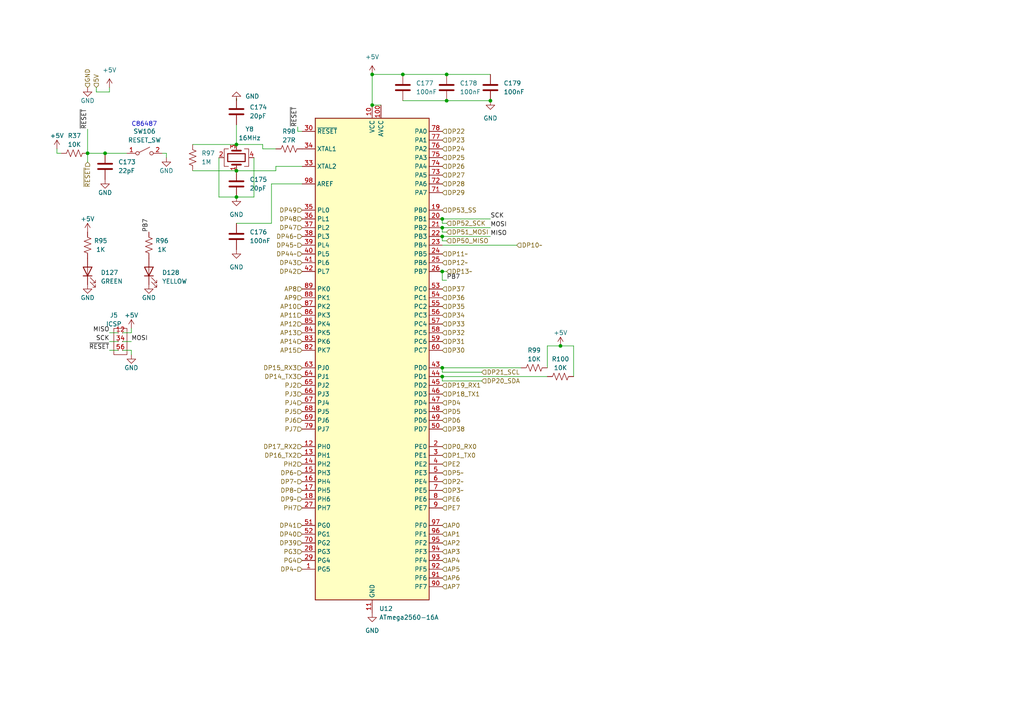
<source format=kicad_sch>
(kicad_sch (version 20211123) (generator eeschema)
  (paper "A4")
  (lib_symbols
    (symbol "Device:C" (pin_numbers hide) (pin_names (offset 0.254))
      (property "Reference" "C" (at 0.635 2.54 0))
      (property "Value" "C" (at 0.635 -2.54 0))
      (symbol "C_0_1"
        (polyline (pts (xy -2.032 -0.762) (xy 2.032 -0.762)) (stroke (width 0.508)))
        (polyline (pts (xy -2.032 0.762) (xy 2.032 0.762)) (stroke (width 0.508)))
      )
      (symbol "C_1_1"
        (pin passive line (at 0 3.81 270) (length 2.794) (name "~") (number "1"))
        (pin passive line (at 0 -3.81 90) (length 2.794) (name "~") (number "2"))
      )
    )
    (symbol "Device:Crystal_GND24" (pin_names (offset 1.016) hide)
      (property "Reference" "Y" (at 3.175 5.08 0))
      (property "Value" "Crystal_GND24" (at 3.175 3.175 0))
      (symbol "Crystal_GND24_0_1"
        (rectangle (start -1.143 2.54) (end 1.143 -2.54) (stroke (width 0.3048)))
        (polyline (pts (xy -2.54 0) (xy -2.032 0)))
        (polyline (pts (xy -2.032 -1.27) (xy -2.032 1.27)) (stroke (width 0.508)))
        (polyline (pts (xy 0 -3.81) (xy 0 -3.556)))
        (polyline (pts (xy 0 3.556) (xy 0 3.81)))
        (polyline (pts (xy 2.032 -1.27) (xy 2.032 1.27)) (stroke (width 0.508)))
        (polyline (pts (xy 2.032 0) (xy 2.54 0)))
        (polyline (pts (xy -2.54 -2.286) (xy -2.54 -3.556) (xy 2.54 -3.556) (xy 2.54 -2.286)))
        (polyline (pts (xy -2.54 2.286) (xy -2.54 3.556) (xy 2.54 3.556) (xy 2.54 2.286)))
      )
      (symbol "Crystal_GND24_1_1"
        (pin passive line (at -3.81 0 0) (length 1.27) (name "1") (number "1"))
        (pin passive line (at 0 5.08 270) (length 1.27) (name "2") (number "2"))
        (pin passive line (at 3.81 0 180) (length 1.27) (name "3") (number "3"))
        (pin passive line (at 0 -5.08 90) (length 1.27) (name "4") (number "4"))
      )
    )
    (symbol "Device:LED" (pin_numbers hide) (pin_names (offset 1.016) hide)
      (property "Reference" "D" (at 0 2.54 0))
      (property "Value" "LED" (at 0 -2.54 0))
      (symbol "LED_0_1"
        (polyline (pts (xy -1.27 -1.27) (xy -1.27 1.27)) (stroke (width 0.254)))
        (polyline (pts (xy -1.27 0) (xy 1.27 0)))
        (polyline (pts (xy 1.27 -1.27) (xy 1.27 1.27) (xy -1.27 0) (xy 1.27 -1.27)) (stroke (width 0.254)))
        (polyline (pts (xy -3.048 -0.762) (xy -4.572 -2.286) (xy -3.81 -2.286) (xy -4.572 -2.286) (xy -4.572 -1.524)))
        (polyline (pts (xy -1.778 -0.762) (xy -3.302 -2.286) (xy -2.54 -2.286) (xy -3.302 -2.286) (xy -3.302 -1.524)))
      )
      (symbol "LED_1_1"
        (pin passive line (at -3.81 0 0) (length 2.54) (name "K") (number "1"))
        (pin passive line (at 3.81 0 180) (length 2.54) (name "A") (number "2"))
      )
    )
    (symbol "Device:R_US" (pin_numbers hide) (pin_names (offset 0))
      (property "Reference" "R" (at 2.54 0 90))
      (property "Value" "R_US" (at -2.54 0 90))
      (symbol "R_US_0_1"
        (polyline (pts (xy 0 -2.286) (xy 0 -2.54)))
        (polyline (pts (xy 0 2.286) (xy 0 2.54)))
        (polyline (pts (xy 0 -0.762) (xy 1.016 -1.143) (xy 0 -1.524) (xy -1.016 -1.905) (xy 0 -2.286)))
        (polyline (pts (xy 0 0.762) (xy 1.016 0.381) (xy 0 0) (xy -1.016 -0.381) (xy 0 -0.762)))
        (polyline (pts (xy 0 2.286) (xy 1.016 1.905) (xy 0 1.524) (xy -1.016 1.143) (xy 0 0.762)))
      )
      (symbol "R_US_1_1"
        (pin passive line (at 0 3.81 270) (length 1.27) (name "~") (number "1"))
        (pin passive line (at 0 -3.81 90) (length 1.27) (name "~") (number "2"))
      )
    )
    (symbol "MCU_Microchip_ATmega:ATmega2560-16A"
      (property "Reference" "U" (at 0 1.27 0))
      (property "Value" "ATmega2560-16A" (at 0 -1.27 0))
      (symbol "ATmega2560-16A_0_1"
        (rectangle (start -16.51 -69.85) (end 16.51 69.85) (stroke (width 0.254)) (fill (type background)))
      )
      (symbol "ATmega2560-16A_1_1"
        (pin bidirectional line (at -20.32 -60.96 0) (length 3.81) (name "PG5") (number "1"))
        (pin power_in line (at 0 73.66 270) (length 3.81) (name "VCC") (number "10"))
        (pin power_in line (at 2.54 73.66 270) (length 3.81) (name "AVCC") (number "100"))
        (pin power_in line (at 0 -73.66 90) (length 3.81) (name "GND") (number "11"))
        (pin bidirectional line (at -20.32 -25.4 0) (length 3.81) (name "PH0") (number "12"))
        (pin bidirectional line (at -20.32 -27.94 0) (length 3.81) (name "PH1") (number "13"))
        (pin bidirectional line (at -20.32 -30.48 0) (length 3.81) (name "PH2") (number "14"))
        (pin bidirectional line (at -20.32 -33.02 0) (length 3.81) (name "PH3") (number "15"))
        (pin bidirectional line (at -20.32 -35.56 0) (length 3.81) (name "PH4") (number "16"))
        (pin bidirectional line (at -20.32 -38.1 0) (length 3.81) (name "PH5") (number "17"))
        (pin bidirectional line (at -20.32 -40.64 0) (length 3.81) (name "PH6") (number "18"))
        (pin bidirectional line (at 20.32 43.18 180) (length 3.81) (name "PB0") (number "19"))
        (pin bidirectional line (at 20.32 -25.4 180) (length 3.81) (name "PE0") (number "2"))
        (pin bidirectional line (at 20.32 40.64 180) (length 3.81) (name "PB1") (number "20"))
        (pin bidirectional line (at 20.32 38.1 180) (length 3.81) (name "PB2") (number "21"))
        (pin bidirectional line (at 20.32 35.56 180) (length 3.81) (name "PB3") (number "22"))
        (pin bidirectional line (at 20.32 33.02 180) (length 3.81) (name "PB4") (number "23"))
        (pin bidirectional line (at 20.32 30.48 180) (length 3.81) (name "PB5") (number "24"))
        (pin bidirectional line (at 20.32 27.94 180) (length 3.81) (name "PB6") (number "25"))
        (pin bidirectional line (at 20.32 25.4 180) (length 3.81) (name "PB7") (number "26"))
        (pin bidirectional line (at -20.32 -43.18 0) (length 3.81) (name "PH7") (number "27"))
        (pin bidirectional line (at -20.32 -55.88 0) (length 3.81) (name "PG3") (number "28"))
        (pin bidirectional line (at -20.32 -58.42 0) (length 3.81) (name "PG4") (number "29"))
        (pin bidirectional line (at 20.32 -27.94 180) (length 3.81) (name "PE1") (number "3"))
        (pin input line (at -20.32 66.04 0) (length 3.81) (name "~{RESET}") (number "30"))
        (pin passive line (at 0 73.66 270) (length 3.81) hide (name "VCC") (number "31"))
        (pin passive line (at 0 -73.66 90) (length 3.81) hide (name "GND") (number "32"))
        (pin output line (at -20.32 55.88 0) (length 3.81) (name "XTAL2") (number "33"))
        (pin input line (at -20.32 60.96 0) (length 3.81) (name "XTAL1") (number "34"))
        (pin bidirectional line (at -20.32 43.18 0) (length 3.81) (name "PL0") (number "35"))
        (pin bidirectional line (at -20.32 40.64 0) (length 3.81) (name "PL1") (number "36"))
        (pin bidirectional line (at -20.32 38.1 0) (length 3.81) (name "PL2") (number "37"))
        (pin bidirectional line (at -20.32 35.56 0) (length 3.81) (name "PL3") (number "38"))
        (pin bidirectional line (at -20.32 33.02 0) (length 3.81) (name "PL4") (number "39"))
        (pin bidirectional line (at 20.32 -30.48 180) (length 3.81) (name "PE2") (number "4"))
        (pin bidirectional line (at -20.32 30.48 0) (length 3.81) (name "PL5") (number "40"))
        (pin bidirectional line (at -20.32 27.94 0) (length 3.81) (name "PL6") (number "41"))
        (pin bidirectional line (at -20.32 25.4 0) (length 3.81) (name "PL7") (number "42"))
        (pin bidirectional line (at 20.32 -2.54 180) (length 3.81) (name "PD0") (number "43"))
        (pin bidirectional line (at 20.32 -5.08 180) (length 3.81) (name "PD1") (number "44"))
        (pin bidirectional line (at 20.32 -7.62 180) (length 3.81) (name "PD2") (number "45"))
        (pin bidirectional line (at 20.32 -10.16 180) (length 3.81) (name "PD3") (number "46"))
        (pin bidirectional line (at 20.32 -12.7 180) (length 3.81) (name "PD4") (number "47"))
        (pin bidirectional line (at 20.32 -15.24 180) (length 3.81) (name "PD5") (number "48"))
        (pin bidirectional line (at 20.32 -17.78 180) (length 3.81) (name "PD6") (number "49"))
        (pin bidirectional line (at 20.32 -33.02 180) (length 3.81) (name "PE3") (number "5"))
        (pin bidirectional line (at 20.32 -20.32 180) (length 3.81) (name "PD7") (number "50"))
        (pin bidirectional line (at -20.32 -48.26 0) (length 3.81) (name "PG0") (number "51"))
        (pin bidirectional line (at -20.32 -50.8 0) (length 3.81) (name "PG1") (number "52"))
        (pin bidirectional line (at 20.32 20.32 180) (length 3.81) (name "PC0") (number "53"))
        (pin bidirectional line (at 20.32 17.78 180) (length 3.81) (name "PC1") (number "54"))
        (pin bidirectional line (at 20.32 15.24 180) (length 3.81) (name "PC2") (number "55"))
        (pin bidirectional line (at 20.32 12.7 180) (length 3.81) (name "PC3") (number "56"))
        (pin bidirectional line (at 20.32 10.16 180) (length 3.81) (name "PC4") (number "57"))
        (pin bidirectional line (at 20.32 7.62 180) (length 3.81) (name "PC5") (number "58"))
        (pin bidirectional line (at 20.32 5.08 180) (length 3.81) (name "PC6") (number "59"))
        (pin bidirectional line (at 20.32 -35.56 180) (length 3.81) (name "PE4") (number "6"))
        (pin bidirectional line (at 20.32 2.54 180) (length 3.81) (name "PC7") (number "60"))
        (pin passive line (at 0 73.66 270) (length 3.81) hide (name "VCC") (number "61"))
        (pin passive line (at 0 -73.66 90) (length 3.81) hide (name "GND") (number "62"))
        (pin bidirectional line (at -20.32 -2.54 0) (length 3.81) (name "PJ0") (number "63"))
        (pin bidirectional line (at -20.32 -5.08 0) (length 3.81) (name "PJ1") (number "64"))
        (pin bidirectional line (at -20.32 -7.62 0) (length 3.81) (name "PJ2") (number "65"))
        (pin bidirectional line (at -20.32 -10.16 0) (length 3.81) (name "PJ3") (number "66"))
        (pin bidirectional line (at -20.32 -12.7 0) (length 3.81) (name "PJ4") (number "67"))
        (pin bidirectional line (at -20.32 -15.24 0) (length 3.81) (name "PJ5") (number "68"))
        (pin bidirectional line (at -20.32 -17.78 0) (length 3.81) (name "PJ6") (number "69"))
        (pin bidirectional line (at 20.32 -38.1 180) (length 3.81) (name "PE5") (number "7"))
        (pin bidirectional line (at -20.32 -53.34 0) (length 3.81) (name "PG2") (number "70"))
        (pin bidirectional line (at 20.32 48.26 180) (length 3.81) (name "PA7") (number "71"))
        (pin bidirectional line (at 20.32 50.8 180) (length 3.81) (name "PA6") (number "72"))
        (pin bidirectional line (at 20.32 53.34 180) (length 3.81) (name "PA5") (number "73"))
        (pin bidirectional line (at 20.32 55.88 180) (length 3.81) (name "PA4") (number "74"))
        (pin bidirectional line (at 20.32 58.42 180) (length 3.81) (name "PA3") (number "75"))
        (pin bidirectional line (at 20.32 60.96 180) (length 3.81) (name "PA2") (number "76"))
        (pin bidirectional line (at 20.32 63.5 180) (length 3.81) (name "PA1") (number "77"))
        (pin bidirectional line (at 20.32 66.04 180) (length 3.81) (name "PA0") (number "78"))
        (pin bidirectional line (at -20.32 -20.32 0) (length 3.81) (name "PJ7") (number "79"))
        (pin bidirectional line (at 20.32 -40.64 180) (length 3.81) (name "PE6") (number "8"))
        (pin passive line (at 0 73.66 270) (length 3.81) hide (name "VCC") (number "80"))
        (pin passive line (at 0 -73.66 90) (length 3.81) hide (name "GND") (number "81"))
        (pin bidirectional line (at -20.32 2.54 0) (length 3.81) (name "PK7") (number "82"))
        (pin bidirectional line (at -20.32 5.08 0) (length 3.81) (name "PK6") (number "83"))
        (pin bidirectional line (at -20.32 7.62 0) (length 3.81) (name "PK5") (number "84"))
        (pin bidirectional line (at -20.32 10.16 0) (length 3.81) (name "PK4") (number "85"))
        (pin bidirectional line (at -20.32 12.7 0) (length 3.81) (name "PK3") (number "86"))
        (pin bidirectional line (at -20.32 15.24 0) (length 3.81) (name "PK2") (number "87"))
        (pin bidirectional line (at -20.32 17.78 0) (length 3.81) (name "PK1") (number "88"))
        (pin bidirectional line (at -20.32 20.32 0) (length 3.81) (name "PK0") (number "89"))
        (pin bidirectional line (at 20.32 -43.18 180) (length 3.81) (name "PE7") (number "9"))
        (pin bidirectional line (at 20.32 -66.04 180) (length 3.81) (name "PF7") (number "90"))
        (pin bidirectional line (at 20.32 -63.5 180) (length 3.81) (name "PF6") (number "91"))
        (pin bidirectional line (at 20.32 -60.96 180) (length 3.81) (name "PF5") (number "92"))
        (pin bidirectional line (at 20.32 -58.42 180) (length 3.81) (name "PF4") (number "93"))
        (pin bidirectional line (at 20.32 -55.88 180) (length 3.81) (name "PF3") (number "94"))
        (pin bidirectional line (at 20.32 -53.34 180) (length 3.81) (name "PF2") (number "95"))
        (pin bidirectional line (at 20.32 -50.8 180) (length 3.81) (name "PF1") (number "96"))
        (pin bidirectional line (at 20.32 -48.26 180) (length 3.81) (name "PF0") (number "97"))
        (pin passive line (at -20.32 50.8 0) (length 3.81) (name "AREF") (number "98"))
        (pin passive line (at 0 -73.66 90) (length 3.81) hide (name "GND") (number "99"))
      )
    )
    (symbol "Pin Header:Pin_Header_3x2"
      (property "Reference" "J" (at 0 0 0))
      (property "Value" "Pin_Header_3x2" (at 0 2.286 0))
      (symbol "Pin_Header_3x2_0_1"
        (rectangle (start -1.27 -1.27) (end 2.54 -8.89) (stroke (width 0.1524)))
        (circle (center 0 -7.62) (radius 0.0001) (stroke (width 0.1524)))
        (circle (center 0 -5.08) (radius 0.0001) (stroke (width 0.1524)))
        (circle (center 0 -2.54) (radius 0.0001) (stroke (width 0.1524)))
        (circle (center 1.27 -7.62) (radius 0.0001) (stroke (width 0.1524)))
        (circle (center 1.27 -5.08) (radius 0.0001) (stroke (width 0.1524)))
        (circle (center 1.27 -2.54) (radius 0.0001) (stroke (width 0.1524)))
      )
      (symbol "Pin_Header_3x2_1_1"
        (pin input line (at 0 -2.54 0) (length 0) (name "") (number "1"))
        (pin input line (at 1.27 -2.54 180) (length 0) (name "") (number "2"))
        (pin input line (at 0 -5.08 0) (length 0) (name "") (number "3"))
        (pin input line (at 1.27 -5.08 180) (length 0) (name "") (number "4"))
        (pin input line (at 0 -7.62 0) (length 0) (name "") (number "5"))
        (pin input line (at 1.27 -7.62 180) (length 0) (name "") (number "6"))
      )
    )
    (symbol "Switch:SW_SPST" (pin_names (offset 0) hide)
      (property "Reference" "SW" (at 0 3.175 0))
      (property "Value" "SW_SPST" (at 0 -2.54 0))
      (symbol "SW_SPST_0_0"
        (circle (center -2.032 0) (radius 0.508))
        (polyline (pts (xy -1.524 0.254) (xy 1.524 1.778)))
        (circle (center 2.032 0) (radius 0.508))
      )
      (symbol "SW_SPST_1_1"
        (pin passive line (at -5.08 0 0) (length 2.54) (name "A") (number "1"))
        (pin passive line (at 5.08 0 180) (length 2.54) (name "B") (number "2"))
      )
    )
    (symbol "power:+5V" (power) (pin_names (offset 0))
      (property "Value" "+5V" (at 0 3.556 0))
      (symbol "+5V_0_1"
        (polyline (pts (xy -0.762 1.27) (xy 0 2.54)))
        (polyline (pts (xy 0 0) (xy 0 2.54)))
        (polyline (pts (xy 0 2.54) (xy 0.762 1.27)))
      )
      (symbol "+5V_1_1"
        (pin power_in line (at 0 0 90) (length 0) hide (name "+5V") (number "1"))
      )
    )
    (symbol "power:GND" (power) (pin_names (offset 0))
      (property "Value" "GND" (at 0 -3.81 0))
      (symbol "GND_0_1"
        (polyline (pts (xy 0 0) (xy 0 -1.27) (xy 1.27 -1.27) (xy 0 -2.54) (xy -1.27 -1.27) (xy 0 -1.27)))
      )
      (symbol "GND_1_1"
        (pin power_in line (at 0 0 270) (length 0) hide (name "GND") (number "1"))
      )
    )
  )
  (junction (at 128.27 68.58))
  (junction (at 30.48 44.45))
  (junction (at 128.27 106.68))
  (junction (at 68.58 49.53))
  (junction (at 107.95 30.48))
  (junction (at 116.84 21.59))
  (junction (at 107.95 21.59))
  (junction (at 128.27 109.22))
  (junction (at 142.24 29.21))
  (junction (at 68.58 41.91))
  (junction (at 128.27 63.5))
  (junction (at 129.54 29.21))
  (junction (at 68.58 57.15))
  (junction (at 25.4 44.45))
  (junction (at 129.54 21.59))
  (junction (at 162.56 100.33))
  (junction (at 128.27 78.74))
  (junction (at 128.27 66.04))
  (bus_entry (at 345.44 29.845) (size 2.54 2.54))
  (wire (pts (xy 16.51 43.18) (xy 16.51 44.45)))
  (wire (pts (xy 68.58 28.575) (xy 68.58 29.21)))
  (wire (pts (xy 128.27 81.28) (xy 128.27 78.74)))
  (wire (pts (xy 27.94 25.4) (xy 27.94 26.67)))
  (wire (pts (xy 80.01 48.26) (xy 87.63 48.26)))
  (wire (pts (xy 63.5 57.15) (xy 68.58 57.15)))
  (wire (pts (xy 129.54 69.85) (xy 128.27 69.85)))
  (wire (pts (xy 73.66 57.15) (xy 68.58 57.15)))
  (wire (pts (xy 142.24 63.5) (xy 128.27 63.5)))
  (wire (pts (xy 78.74 64.77) (xy 68.58 64.77)))
  (wire (pts (xy 76.2 41.91) (xy 76.2 43.18)))
  (wire (pts (xy 107.95 30.48) (xy 110.49 30.48)))
  (wire (pts (xy 107.95 21.59) (xy 116.84 21.59)))
  (wire (pts (xy 25.4 44.45) (xy 25.4 46.99)))
  (wire (pts (xy 68.58 49.53) (xy 80.01 49.53)))
  (wire (pts (xy 129.54 64.77) (xy 128.27 64.77)))
  (wire (pts (xy 31.75 101.6) (xy 34.29 101.6)))
  (wire (pts (xy 129.54 78.74) (xy 128.27 78.74)))
  (wire (pts (xy 31.75 99.06) (xy 34.29 99.06)))
  (wire (pts (xy 142.24 66.04) (xy 128.27 66.04)))
  (wire (pts (xy 27.94 26.67) (xy 31.75 26.67)))
  (wire (pts (xy 128.27 109.22) (xy 158.75 109.22)))
  (wire (pts (xy 86.36 38.1) (xy 87.63 38.1)))
  (wire (pts (xy 25.4 44.45) (xy 30.48 44.45)))
  (wire (pts (xy 31.75 96.52) (xy 34.29 96.52)))
  (wire (pts (xy 139.7 110.49) (xy 128.27 110.49)))
  (wire (pts (xy 25.4 37.465) (xy 25.4 44.45)))
  (wire (pts (xy 80.01 49.53) (xy 80.01 48.26)))
  (wire (pts (xy 55.88 49.53) (xy 68.58 49.53)))
  (wire (pts (xy 128.27 107.95) (xy 128.27 106.68)))
  (wire (pts (xy 35.56 99.06) (xy 38.1 99.06)))
  (wire (pts (xy 86.36 36.83) (xy 86.36 38.1)))
  (wire (pts (xy 87.63 53.34) (xy 78.74 53.34)))
  (wire (pts (xy 46.99 44.45) (xy 48.26 44.45)))
  (wire (pts (xy 129.54 67.31) (xy 128.27 67.31)))
  (wire (pts (xy 158.75 100.33) (xy 158.75 106.68)))
  (wire (pts (xy 128.27 67.31) (xy 128.27 66.04)))
  (wire (pts (xy 30.48 44.45) (xy 36.83 44.45)))
  (wire (pts (xy 129.54 81.28) (xy 128.27 81.28)))
  (wire (pts (xy 68.58 36.195) (xy 68.58 41.91)))
  (wire (pts (xy 129.54 21.59) (xy 142.24 21.59)))
  (wire (pts (xy 38.1 96.52) (xy 35.56 96.52)))
  (wire (pts (xy 63.5 45.72) (xy 63.5 57.15)))
  (wire (pts (xy 116.84 21.59) (xy 129.54 21.59)))
  (wire (pts (xy 16.51 44.45) (xy 17.78 44.45)))
  (wire (pts (xy 142.24 68.58) (xy 128.27 68.58)))
  (wire (pts (xy 128.27 110.49) (xy 128.27 109.22)))
  (wire (pts (xy 116.84 29.21) (xy 129.54 29.21)))
  (wire (pts (xy 128.27 69.85) (xy 128.27 68.58)))
  (wire (pts (xy 166.37 100.33) (xy 162.56 100.33)))
  (wire (pts (xy 128.27 64.77) (xy 128.27 63.5)))
  (wire (pts (xy 73.66 45.72) (xy 73.66 57.15)))
  (wire (pts (xy 128.27 71.12) (xy 149.86 71.12)))
  (wire (pts (xy 166.37 109.22) (xy 166.37 100.33)))
  (wire (pts (xy 76.2 43.18) (xy 80.01 43.18)))
  (wire (pts (xy 68.58 41.91) (xy 76.2 41.91)))
  (wire (pts (xy 107.95 30.48) (xy 107.95 21.59)))
  (wire (pts (xy 31.75 26.67) (xy 31.75 25.4)))
  (wire (pts (xy 128.27 106.68) (xy 151.13 106.68)))
  (wire (pts (xy 162.56 100.33) (xy 158.75 100.33)))
  (wire (pts (xy 129.54 29.21) (xy 142.24 29.21)))
  (wire (pts (xy 38.1 95.25) (xy 38.1 96.52)))
  (wire (pts (xy 78.74 53.34) (xy 78.74 64.77)))
  (wire (pts (xy 38.1 101.6) (xy 38.1 102.87)))
  (wire (pts (xy 139.7 107.95) (xy 128.27 107.95)))
  (wire (pts (xy 48.26 44.45) (xy 48.26 45.72)))
  (wire (pts (xy 55.88 41.91) (xy 68.58 41.91)))
  (wire (pts (xy 35.56 101.6) (xy 38.1 101.6)))
  (text "C86487" (at 38.1 36.83 0) (effects (font (size 1.27 1.27)) (justify left bottom)))
  (label "SCK" (at 31.75 99.06 180))
  (label "MISO" (at 142.24 68.58 0))
  (label "MOSI" (at 38.1 99.06 0))
  (label "SCK" (at 142.24 63.5 0))
  (label "PB7" (at 43.18 67.31 90))
  (label "MOSI" (at 142.24 66.04 0))
  (label "PB7" (at 129.54 81.28 0))
  (label "~{RESET}" (at 31.75 101.6 180))
  (label "~{RESET}" (at 25.4 37.465 90))
  (label "~{RESET}" (at 86.36 36.83 90))
  (label "MISO" (at 31.75 96.52 180))
  (hierarchical_label "DP29" (shape input) (at 128.27 55.88 0))
  (hierarchical_label "PJ2" (shape input) (at 87.63 111.76 180))
  (hierarchical_label "DP7~" (shape input) (at 87.63 139.7 180))
  (hierarchical_label "PJ3" (shape input) (at 87.63 114.3 180))
  (hierarchical_label "DP13~" (shape input) (at 129.54 78.74 0))
  (hierarchical_label "DP23" (shape input) (at 128.27 40.64 0))
  (hierarchical_label "DP8~" (shape input) (at 87.63 142.24 180))
  (hierarchical_label "AP8" (shape input) (at 87.63 83.82 180))
  (hierarchical_label "DP32" (shape input) (at 128.27 96.52 0))
  (hierarchical_label "PE6" (shape input) (at 128.27 144.78 0))
  (hierarchical_label "AP5" (shape input) (at 128.27 165.1 0))
  (hierarchical_label "DP38" (shape input) (at 128.27 124.46 0))
  (hierarchical_label "PG4" (shape input) (at 87.63 162.56 180))
  (hierarchical_label "DP47" (shape input) (at 87.63 66.04 180))
  (hierarchical_label "DP51_MOSI" (shape input) (at 129.54 67.31 0))
  (hierarchical_label "DP53_SS" (shape input) (at 128.27 60.96 0))
  (hierarchical_label "AP15" (shape input) (at 87.63 101.6 180))
  (hierarchical_label "~{RESET}" (shape input) (at 25.4 46.99 270))
  (hierarchical_label "DP49" (shape input) (at 87.63 60.96 180))
  (hierarchical_label "DP52_SCK" (shape input) (at 129.54 64.77 0))
  (hierarchical_label "DP31" (shape input) (at 128.27 99.06 0))
  (hierarchical_label "DP20_SDA" (shape input) (at 139.7 110.49 0))
  (hierarchical_label "DP18_TX1" (shape input) (at 128.27 114.3 0))
  (hierarchical_label "PJ5" (shape input) (at 87.63 119.38 180))
  (hierarchical_label "PE7" (shape input) (at 128.27 147.32 0))
  (hierarchical_label "DP40" (shape input) (at 87.63 154.94 180))
  (hierarchical_label "PE2" (shape input) (at 128.27 134.62 0))
  (hierarchical_label "DP17_RX2" (shape input) (at 87.63 129.54 180))
  (hierarchical_label "AP12" (shape input) (at 87.63 93.98 180))
  (hierarchical_label "PD5" (shape input) (at 128.27 119.38 0))
  (hierarchical_label "DP33" (shape input) (at 128.27 93.98 0))
  (hierarchical_label "DP16_TX2" (shape input) (at 87.63 132.08 180))
  (hierarchical_label "DP26" (shape input) (at 128.27 48.26 0))
  (hierarchical_label "PJ4" (shape input) (at 87.63 116.84 180))
  (hierarchical_label "DP25" (shape input) (at 128.27 45.72 0))
  (hierarchical_label "DP12~" (shape input) (at 128.27 76.2 0))
  (hierarchical_label "DP35" (shape input) (at 128.27 88.9 0))
  (hierarchical_label "AP2" (shape input) (at 128.27 157.48 0))
  (hierarchical_label "DP34" (shape input) (at 128.27 91.44 0))
  (hierarchical_label "DP27" (shape input) (at 128.27 50.8 0))
  (hierarchical_label "DP6~" (shape input) (at 87.63 137.16 180))
  (hierarchical_label "DP14_TX3" (shape input) (at 87.63 109.22 180))
  (hierarchical_label "DP4~" (shape input) (at 87.63 165.1 180))
  (hierarchical_label "AP3" (shape input) (at 128.27 160.02 0))
  (hierarchical_label "AP10" (shape input) (at 87.63 88.9 180))
  (hierarchical_label "DP19_RX1" (shape input) (at 128.27 111.76 0))
  (hierarchical_label "AP4" (shape input) (at 128.27 162.56 0))
  (hierarchical_label "PJ6" (shape input) (at 87.63 121.92 180))
  (hierarchical_label "DP9~" (shape input) (at 87.63 144.78 180))
  (hierarchical_label "DP45~" (shape input) (at 87.63 71.12 180))
  (hierarchical_label "AP9" (shape input) (at 87.63 86.36 180))
  (hierarchical_label "GND" (shape input) (at 25.4 25.4 90))
  (hierarchical_label "DP1_TX0" (shape input) (at 128.27 132.08 0))
  (hierarchical_label "DP37" (shape input) (at 128.27 83.82 0))
  (hierarchical_label "DP22" (shape input) (at 128.27 38.1 0))
  (hierarchical_label "DP39" (shape input) (at 87.63 157.48 180))
  (hierarchical_label "AP0" (shape input) (at 128.27 152.4 0))
  (hierarchical_label "DP10~" (shape input) (at 149.86 71.12 0))
  (hierarchical_label "AP1" (shape input) (at 128.27 154.94 0))
  (hierarchical_label "DP21_SCL" (shape input) (at 139.7 107.95 0))
  (hierarchical_label "DP46~" (shape input) (at 87.63 68.58 180))
  (hierarchical_label "DP42" (shape input) (at 87.63 78.74 180))
  (hierarchical_label "AP7" (shape input) (at 128.27 170.18 0))
  (hierarchical_label "PJ7" (shape input) (at 87.63 124.46 180))
  (hierarchical_label "AP13" (shape input) (at 87.63 96.52 180))
  (hierarchical_label "AP11" (shape input) (at 87.63 91.44 180))
  (hierarchical_label "DP15_RX3" (shape input) (at 87.63 106.68 180))
  (hierarchical_label "DP36" (shape input) (at 128.27 86.36 0))
  (hierarchical_label "DP11~" (shape input) (at 128.27 73.66 0))
  (hierarchical_label "PH7" (shape input) (at 87.63 147.32 180))
  (hierarchical_label "DP3~" (shape input) (at 128.27 142.24 0))
  (hierarchical_label "5V" (shape input) (at 27.94 25.4 90))
  (hierarchical_label "DP50_MISO" (shape input) (at 129.54 69.85 0))
  (hierarchical_label "PD6" (shape input) (at 128.27 121.92 0))
  (hierarchical_label "AP14" (shape input) (at 87.63 99.06 180))
  (hierarchical_label "DP41" (shape input) (at 87.63 152.4 180))
  (hierarchical_label "DP48" (shape input) (at 87.63 63.5 180))
  (hierarchical_label "DP24" (shape input) (at 128.27 43.18 0))
  (hierarchical_label "PD4" (shape input) (at 128.27 116.84 0))
  (hierarchical_label "DP2~" (shape input) (at 128.27 139.7 0))
  (hierarchical_label "DP30" (shape input) (at 128.27 101.6 0))
  (hierarchical_label "PG3" (shape input) (at 87.63 160.02 180))
  (hierarchical_label "DP5~" (shape input) (at 128.27 137.16 0))
  (hierarchical_label "DP44~" (shape input) (at 87.63 73.66 180))
  (hierarchical_label "PH2" (shape input) (at 87.63 134.62 180))
  (hierarchical_label "DP43" (shape input) (at 87.63 76.2 180))
  (hierarchical_label "DP0_RX0" (shape input) (at 128.27 129.54 0))
  (hierarchical_label "DP28" (shape input) (at 128.27 53.34 0))
  (hierarchical_label "AP6" (shape input) (at 128.27 167.64 0))
  (symbol (lib_id "power:GND") (at 30.48 52.07 0) (unit 1)
    (property "Reference" "#PWR0379" (effects hide))
    (property "Value" "GND" (at 30.48 55.88 0))
  )
  (symbol (lib_id "Switch:SW_SPST") (at 41.91 44.45 0) (unit 1)
    (property "Reference" "SW106" (at 41.91 38.1 0))
    (property "Value" "RESET_SW" (at 41.91 40.64 0))
    (property "Footprint" "Switches:SPST-4_leads" (effects hide))
  )
  (symbol (lib_id "Device:LED") (at 43.18 78.74 90) (unit 1)
    (property "Reference" "D128" (at 46.99 79.0574 90) (effects (justify right)))
    (property "Value" "YELLOW" (at 46.99 81.5974 90) (effects (justify right)))
    (property "Footprint" "LED_SMD:LED_0805_2012Metric" (effects hide))
  )
  (symbol (lib_id "power:+5V") (at 107.95 21.59 0) (unit 1)
    (property "Reference" "#PWR0389" (effects hide))
    (property "Value" "+5V" (at 107.95 16.51 0))
  )
  (symbol (lib_id "power:GND") (at 142.24 29.21 0) (unit 1)
    (property "Reference" "#PWR0388" (effects hide))
    (property "Value" "GND" (at 142.24 34.29 0))
  )
  (symbol (lib_id "power:GND") (at 68.58 57.15 0) (unit 1)
    (property "Reference" "#PWR0374" (effects hide))
    (property "Value" "GND" (at 68.58 62.23 0))
  )
  (symbol (lib_id "power:GND") (at 25.4 25.4 0) (unit 1)
    (property "Reference" "#PWR0380" (effects hide))
    (property "Value" "GND" (at 25.4 29.21 0))
  )
  (symbol (lib_id "power:GND") (at 68.58 29.21 180) (unit 1)
    (property "Reference" "#PWR0373" (effects hide))
    (property "Value" "GND" (at 71.12 27.9399 0) (effects (justify right)))
  )
  (symbol (lib_id "Device:R_US") (at 55.88 45.72 0) (unit 1)
    (property "Reference" "R97" (at 58.42 44.4499 0) (effects (justify left)))
    (property "Value" "1M" (at 58.42 46.9899 0) (effects (justify left)))
    (property "Footprint" "Resistor_SMD:R_0603_1608Metric" (effects hide))
  )
  (symbol (lib_id "Device:C") (at 116.84 25.4 0) (unit 1)
    (property "Reference" "C177" (at 120.65 24.1299 0) (effects (justify left)))
    (property "Value" "100nF" (at 120.65 26.6699 0) (effects (justify left)))
    (property "Footprint" "Capacitor_SMD:C_0603_1608Metric" (effects hide))
  )
  (symbol (lib_id "power:+5V") (at 16.51 43.18 0) (unit 1)
    (property "Reference" "#PWR0381" (effects hide))
    (property "Value" "+5V" (at 16.51 39.37 0))
  )
  (symbol (lib_id "power:GND") (at 38.1 102.87 0) (unit 1)
    (property "Reference" "#PWR0386" (effects hide))
    (property "Value" "GND" (at 38.1 106.68 0))
  )
  (symbol (lib_id "Pin Header:Pin_Header_3x2") (at 34.29 93.98 0) (unit 1)
    (property "Reference" "J5" (at 33.02 91.44 0))
    (property "Value" "ICSP" (at 33.02 93.98 0))
    (property "Footprint" "Connector_PinHeader_2.54mm:PinHeader_2x03_P2.54mm_Vertical" (effects hide))
  )
  (symbol (lib_id "power:+5V") (at 38.1 95.25 0) (unit 1)
    (property "Reference" "#PWR0382" (effects hide))
    (property "Value" "+5V" (at 38.1 91.44 0))
  )
  (symbol (lib_id "Device:C") (at 129.54 25.4 0) (unit 1)
    (property "Reference" "C178" (at 133.35 24.1299 0) (effects (justify left)))
    (property "Value" "100nF" (at 133.35 26.6699 0) (effects (justify left)))
    (property "Footprint" "Capacitor_SMD:C_0603_1608Metric" (effects hide))
  )
  (symbol (lib_id "power:GND") (at 107.95 177.8 0) (unit 1)
    (property "Reference" "#PWR0387" (effects hide))
    (property "Value" "GND" (at 107.95 182.88 0))
  )
  (symbol (lib_id "Device:R_US") (at 83.82 43.18 90) (unit 1)
    (property "Reference" "R98" (at 83.82 38.1 90))
    (property "Value" "27R" (at 83.82 40.64 90))
    (property "Footprint" "Resistor_SMD:R_0603_1608Metric" (effects hide))
  )
  (symbol (lib_id "Device:R_US") (at 43.18 71.12 180) (unit 1)
    (property "Reference" "R96" (at 46.99 69.85 0))
    (property "Value" "1K" (at 46.99 72.39 0))
    (property "Footprint" "Resistor_SMD:R_0603_1608Metric" (effects hide))
  )
  (symbol (lib_id "Device:R_US") (at 162.56 109.22 90) (unit 1)
    (property "Reference" "R100" (at 162.56 104.14 90))
    (property "Value" "10K" (at 162.56 106.68 90))
    (property "Footprint" "Resistor_SMD:R_0603_1608Metric" (effects hide))
  )
  (symbol (lib_id "Device:R_US") (at 21.59 44.45 90) (unit 1)
    (property "Reference" "R37" (at 21.59 39.37 90))
    (property "Value" "10K" (at 21.59 41.91 90))
    (property "Footprint" "Resistor_SMD:R_0603_1608Metric" (effects hide))
  )
  (symbol (lib_id "power:+5V") (at 25.4 67.31 0) (unit 1)
    (property "Reference" "#PWR0384" (effects hide))
    (property "Value" "+5V" (at 25.4 63.5 0))
  )
  (symbol (lib_id "power:GND") (at 25.4 82.55 0) (unit 1)
    (property "Reference" "#PWR0385" (effects hide))
    (property "Value" "GND" (at 25.4 86.36 0))
  )
  (symbol (lib_id "Device:C") (at 68.58 68.58 0) (unit 1)
    (property "Reference" "C176" (at 72.39 67.3099 0) (effects (justify left)))
    (property "Value" "100nF" (at 72.39 69.8499 0) (effects (justify left)))
    (property "Footprint" "Capacitor_SMD:C_0603_1608Metric" (effects hide))
  )
  (symbol (lib_id "Device:C") (at 68.58 53.34 0) (unit 1)
    (property "Reference" "C175" (at 72.39 52.0699 0) (effects (justify left)))
    (property "Value" "20pF" (at 72.39 54.6099 0) (effects (justify left)))
    (property "Footprint" "Capacitor_SMD:C_0603_1608Metric" (effects hide))
  )
  (symbol (lib_id "Device:R_US") (at 154.94 106.68 90) (unit 1)
    (property "Reference" "R99" (at 154.94 101.6 90))
    (property "Value" "10K" (at 154.94 104.14 90))
    (property "Footprint" "Resistor_SMD:R_0603_1608Metric" (effects hide))
  )
  (symbol (lib_id "power:+5V") (at 162.56 100.33 0) (unit 1)
    (property "Reference" "#PWR0376" (effects hide))
    (property "Value" "+5V" (at 162.56 96.52 0))
  )
  (symbol (lib_id "Device:C") (at 142.24 25.4 0) (unit 1)
    (property "Reference" "C179" (at 146.05 24.1299 0) (effects (justify left)))
    (property "Value" "100nF" (at 146.05 26.6699 0) (effects (justify left)))
    (property "Footprint" "Capacitor_SMD:C_0603_1608Metric" (effects hide))
  )
  (symbol (lib_id "Device:C") (at 68.58 32.385 0) (unit 1)
    (property "Reference" "C174" (at 72.39 31.1149 0) (effects (justify left)))
    (property "Value" "20pF" (at 72.39 33.6549 0) (effects (justify left)))
    (property "Footprint" "Capacitor_SMD:C_0603_1608Metric" (effects hide))
  )
  (symbol (lib_id "power:GND") (at 68.58 72.39 0) (unit 1)
    (property "Reference" "#PWR0375" (effects hide))
    (property "Value" "GND" (at 68.58 77.47 0))
  )
  (symbol (lib_id "MCU_Microchip_ATmega:ATmega2560-16A") (at 107.95 104.14 0) (unit 1)
    (property "Reference" "U12" (at 109.9694 176.53 0) (effects (justify left)))
    (property "Value" "ATmega2560-16A" (at 109.9694 179.07 0) (effects (justify left)))
    (property "Footprint" "Package_QFP:TQFP-100_14x14mm_P0.5mm" (effects hide))
    (property "Datasheet" "http://ww1.microchip.com/downloads/en/DeviceDoc/Atmel-2549-8-bit-AVR-Microcontroller-ATmega640-1280-1281-2560-2561_datasheet.pdf" (effects hide))
  )
  (symbol (lib_id "Device:LED") (at 25.4 78.74 90) (unit 1)
    (property "Reference" "D127" (at 29.21 79.0574 90) (effects (justify right)))
    (property "Value" "GREEN" (at 29.21 81.5974 90) (effects (justify right)))
    (property "Footprint" "LED_SMD:LED_0805_2012Metric" (effects hide))
  )
  (symbol (lib_id "power:+5V") (at 31.75 25.4 0) (unit 1)
    (property "Reference" "#PWR0377" (effects hide))
    (property "Value" "+5V" (at 31.75 20.32 0))
  )
  (symbol (lib_id "Device:R_US") (at 25.4 71.12 180) (unit 1)
    (property "Reference" "R95" (at 29.21 69.85 0))
    (property "Value" "1K" (at 29.21 72.39 0))
    (property "Footprint" "Resistor_SMD:R_0603_1608Metric" (effects hide))
  )
  (symbol (lib_id "power:GND") (at 43.18 82.55 0) (unit 1)
    (property "Reference" "#PWR0383" (effects hide))
    (property "Value" "GND" (at 43.18 86.36 0))
  )
  (symbol (lib_id "power:GND") (at 48.26 45.72 0) (unit 1)
    (property "Reference" "#PWR0378" (effects hide))
    (property "Value" "GND" (at 48.26 49.53 0))
  )
  (symbol (lib_id "Device:Crystal_GND24") (at 68.58 45.72 90) (unit 1)
    (property "Reference" "Y8" (at 72.39 37.465 90))
    (property "Value" "16MHz" (at 72.39 40.005 90))
    (property "Footprint" "Crystal:Crystal_SMD_3225-4Pin_3.2x2.5mm" (effects hide))
  )
  (symbol (lib_id "Device:C") (at 30.48 48.26 0) (unit 1)
    (property "Reference" "C173" (at 34.29 46.9899 0) (effects (justify left)))
    (property "Value" "22pF" (at 34.29 49.5299 0) (effects (justify left)))
    (property "Footprint" "Capacitor_SMD:C_0603_1608Metric" (effects hide))
  )
)
</source>
